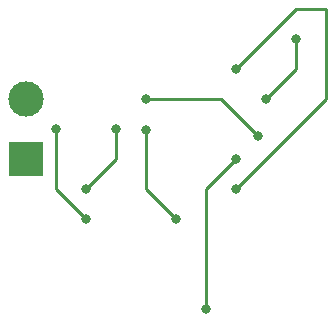
<source format=gbr>
%TF.GenerationSoftware,KiCad,Pcbnew,(6.0.10)*%
%TF.CreationDate,2023-03-03T00:14:05-08:00*%
%TF.ProjectId,ex 2,65782032-2e6b-4696-9361-645f70636258,rev?*%
%TF.SameCoordinates,Original*%
%TF.FileFunction,Copper,L2,Bot*%
%TF.FilePolarity,Positive*%
%FSLAX46Y46*%
G04 Gerber Fmt 4.6, Leading zero omitted, Abs format (unit mm)*
G04 Created by KiCad (PCBNEW (6.0.10)) date 2023-03-03 00:14:05*
%MOMM*%
%LPD*%
G01*
G04 APERTURE LIST*
%TA.AperFunction,ComponentPad*%
%ADD10R,3.000000X3.000000*%
%TD*%
%TA.AperFunction,ComponentPad*%
%ADD11C,3.000000*%
%TD*%
%TA.AperFunction,ViaPad*%
%ADD12C,0.800000*%
%TD*%
%TA.AperFunction,Conductor*%
%ADD13C,0.250000*%
%TD*%
G04 APERTURE END LIST*
D10*
%TO.P,J1,1,Pin_1*%
%TO.N,+9V*%
X134620000Y-83820000D03*
D11*
%TO.P,J1,2,Pin_2*%
%TO.N,GND*%
X134620000Y-78740000D03*
%TD*%
D12*
%TO.N,/pin_2*%
X154305000Y-81915000D03*
X144780000Y-78740000D03*
%TO.N,GND*%
X139700000Y-88900000D03*
X137160000Y-81280000D03*
%TO.N,Net-(C2-Pad1)*%
X152400000Y-83820000D03*
X139700000Y-86360000D03*
X149860000Y-96520000D03*
X142240000Y-81280000D03*
%TO.N,+9V*%
X152400000Y-86360000D03*
X152400000Y-76200000D03*
%TO.N,/pin_7*%
X154940000Y-78740000D03*
X157480000Y-73660000D03*
%TO.N,/pin_3*%
X147320000Y-88900000D03*
X144780000Y-81369500D03*
%TD*%
D13*
%TO.N,/pin_2*%
X151130000Y-78740000D02*
X154305000Y-81915000D01*
X144780000Y-78740000D02*
X151130000Y-78740000D01*
%TO.N,GND*%
X137160000Y-86360000D02*
X139700000Y-88900000D01*
X137160000Y-81280000D02*
X137160000Y-86360000D01*
%TO.N,Net-(C2-Pad1)*%
X149860000Y-86360000D02*
X152400000Y-83820000D01*
X149860000Y-96520000D02*
X149860000Y-86360000D01*
X142240000Y-83820000D02*
X139700000Y-86360000D01*
X142240000Y-81280000D02*
X142240000Y-83820000D01*
%TO.N,+9V*%
X152400000Y-86360000D02*
X160020000Y-78740000D01*
X157480000Y-71120000D02*
X152400000Y-76200000D01*
X160020000Y-78740000D02*
X160020000Y-71120000D01*
X160020000Y-71120000D02*
X157480000Y-71120000D01*
%TO.N,/pin_7*%
X154940000Y-78740000D02*
X157480000Y-76200000D01*
X157480000Y-76200000D02*
X157480000Y-73660000D01*
%TO.N,/pin_3*%
X144780000Y-81369500D02*
X144780000Y-86360000D01*
X144780000Y-86360000D02*
X147320000Y-88900000D01*
%TD*%
M02*

</source>
